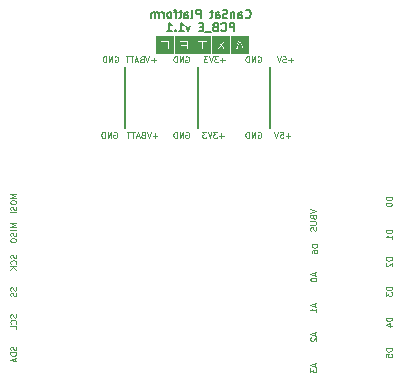
<source format=gbr>
G04 #@! TF.GenerationSoftware,KiCad,Pcbnew,(5.1.0)-1*
G04 #@! TF.CreationDate,2019-06-21T14:45:16-03:00*
G04 #@! TF.ProjectId,PCB_E,5043425f-452e-46b6-9963-61645f706362,rev?*
G04 #@! TF.SameCoordinates,Original*
G04 #@! TF.FileFunction,Legend,Bot*
G04 #@! TF.FilePolarity,Positive*
%FSLAX46Y46*%
G04 Gerber Fmt 4.6, Leading zero omitted, Abs format (unit mm)*
G04 Created by KiCad (PCBNEW (5.1.0)-1) date 2019-06-21 14:45:16*
%MOMM*%
%LPD*%
G04 APERTURE LIST*
%ADD10C,0.125000*%
%ADD11C,0.175000*%
%ADD12C,0.200000*%
%ADD13C,0.010000*%
G04 APERTURE END LIST*
D10*
X16526190Y-6030952D02*
X16026190Y-6030952D01*
X16026190Y-6150000D01*
X16050000Y-6221428D01*
X16097619Y-6269047D01*
X16145238Y-6292857D01*
X16240476Y-6316666D01*
X16311904Y-6316666D01*
X16407142Y-6292857D01*
X16454761Y-6269047D01*
X16502380Y-6221428D01*
X16526190Y-6150000D01*
X16526190Y-6030952D01*
X16026190Y-6769047D02*
X16026190Y-6530952D01*
X16264285Y-6507142D01*
X16240476Y-6530952D01*
X16216666Y-6578571D01*
X16216666Y-6697619D01*
X16240476Y-6745238D01*
X16264285Y-6769047D01*
X16311904Y-6792857D01*
X16430952Y-6792857D01*
X16478571Y-6769047D01*
X16502380Y-6745238D01*
X16526190Y-6697619D01*
X16526190Y-6578571D01*
X16502380Y-6530952D01*
X16478571Y-6507142D01*
X16526190Y-3430952D02*
X16026190Y-3430952D01*
X16026190Y-3550000D01*
X16050000Y-3621428D01*
X16097619Y-3669047D01*
X16145238Y-3692857D01*
X16240476Y-3716666D01*
X16311904Y-3716666D01*
X16407142Y-3692857D01*
X16454761Y-3669047D01*
X16502380Y-3621428D01*
X16526190Y-3550000D01*
X16526190Y-3430952D01*
X16192857Y-4145238D02*
X16526190Y-4145238D01*
X16002380Y-4026190D02*
X16359523Y-3907142D01*
X16359523Y-4216666D01*
X16526190Y-830952D02*
X16026190Y-830952D01*
X16026190Y-950000D01*
X16050000Y-1021428D01*
X16097619Y-1069047D01*
X16145238Y-1092857D01*
X16240476Y-1116666D01*
X16311904Y-1116666D01*
X16407142Y-1092857D01*
X16454761Y-1069047D01*
X16502380Y-1021428D01*
X16526190Y-950000D01*
X16526190Y-830952D01*
X16026190Y-1283333D02*
X16026190Y-1592857D01*
X16216666Y-1426190D01*
X16216666Y-1497619D01*
X16240476Y-1545238D01*
X16264285Y-1569047D01*
X16311904Y-1592857D01*
X16430952Y-1592857D01*
X16478571Y-1569047D01*
X16502380Y-1545238D01*
X16526190Y-1497619D01*
X16526190Y-1354761D01*
X16502380Y-1307142D01*
X16478571Y-1283333D01*
X16526190Y1669047D02*
X16026190Y1669047D01*
X16026190Y1550000D01*
X16050000Y1478571D01*
X16097619Y1430952D01*
X16145238Y1407142D01*
X16240476Y1383333D01*
X16311904Y1383333D01*
X16407142Y1407142D01*
X16454761Y1430952D01*
X16502380Y1478571D01*
X16526190Y1550000D01*
X16526190Y1669047D01*
X16073809Y1192857D02*
X16050000Y1169047D01*
X16026190Y1121428D01*
X16026190Y1002380D01*
X16050000Y954761D01*
X16073809Y930952D01*
X16121428Y907142D01*
X16169047Y907142D01*
X16240476Y930952D01*
X16526190Y1216666D01*
X16526190Y907142D01*
X16526190Y3969047D02*
X16026190Y3969047D01*
X16026190Y3850000D01*
X16050000Y3778571D01*
X16097619Y3730952D01*
X16145238Y3707142D01*
X16240476Y3683333D01*
X16311904Y3683333D01*
X16407142Y3707142D01*
X16454761Y3730952D01*
X16502380Y3778571D01*
X16526190Y3850000D01*
X16526190Y3969047D01*
X16526190Y3207142D02*
X16526190Y3492857D01*
X16526190Y3350000D02*
X16026190Y3350000D01*
X16097619Y3397619D01*
X16145238Y3445238D01*
X16169047Y3492857D01*
X16526190Y6769047D02*
X16026190Y6769047D01*
X16026190Y6650000D01*
X16050000Y6578571D01*
X16097619Y6530952D01*
X16145238Y6507142D01*
X16240476Y6483333D01*
X16311904Y6483333D01*
X16407142Y6507142D01*
X16454761Y6530952D01*
X16502380Y6578571D01*
X16526190Y6650000D01*
X16526190Y6769047D01*
X16026190Y6173809D02*
X16026190Y6126190D01*
X16050000Y6078571D01*
X16073809Y6054761D01*
X16121428Y6030952D01*
X16216666Y6007142D01*
X16335714Y6007142D01*
X16430952Y6030952D01*
X16478571Y6054761D01*
X16502380Y6078571D01*
X16526190Y6126190D01*
X16526190Y6173809D01*
X16502380Y6221428D01*
X16478571Y6245238D01*
X16430952Y6269047D01*
X16335714Y6292857D01*
X16216666Y6292857D01*
X16121428Y6269047D01*
X16073809Y6245238D01*
X16050000Y6221428D01*
X16026190Y6173809D01*
X9983333Y-7342857D02*
X9983333Y-7580952D01*
X10126190Y-7295238D02*
X9626190Y-7461904D01*
X10126190Y-7628571D01*
X9626190Y-7747619D02*
X9626190Y-8057142D01*
X9816666Y-7890476D01*
X9816666Y-7961904D01*
X9840476Y-8009523D01*
X9864285Y-8033333D01*
X9911904Y-8057142D01*
X10030952Y-8057142D01*
X10078571Y-8033333D01*
X10102380Y-8009523D01*
X10126190Y-7961904D01*
X10126190Y-7819047D01*
X10102380Y-7771428D01*
X10078571Y-7747619D01*
X9983333Y-4692857D02*
X9983333Y-4930952D01*
X10126190Y-4645238D02*
X9626190Y-4811904D01*
X10126190Y-4978571D01*
X9673809Y-5121428D02*
X9650000Y-5145238D01*
X9626190Y-5192857D01*
X9626190Y-5311904D01*
X9650000Y-5359523D01*
X9673809Y-5383333D01*
X9721428Y-5407142D01*
X9769047Y-5407142D01*
X9840476Y-5383333D01*
X10126190Y-5097619D01*
X10126190Y-5407142D01*
X9983333Y-2242857D02*
X9983333Y-2480952D01*
X10126190Y-2195238D02*
X9626190Y-2361904D01*
X10126190Y-2528571D01*
X10126190Y-2957142D02*
X10126190Y-2671428D01*
X10126190Y-2814285D02*
X9626190Y-2814285D01*
X9697619Y-2766666D01*
X9745238Y-2719047D01*
X9769047Y-2671428D01*
X9983333Y357142D02*
X9983333Y119047D01*
X10126190Y404761D02*
X9626190Y238095D01*
X10126190Y71428D01*
X9626190Y-190476D02*
X9626190Y-238095D01*
X9650000Y-285714D01*
X9673809Y-309523D01*
X9721428Y-333333D01*
X9816666Y-357142D01*
X9935714Y-357142D01*
X10030952Y-333333D01*
X10078571Y-309523D01*
X10102380Y-285714D01*
X10126190Y-238095D01*
X10126190Y-190476D01*
X10102380Y-142857D01*
X10078571Y-119047D01*
X10030952Y-95238D01*
X9935714Y-71428D01*
X9816666Y-71428D01*
X9721428Y-95238D01*
X9673809Y-119047D01*
X9650000Y-142857D01*
X9626190Y-190476D01*
X10226190Y2769047D02*
X9726190Y2769047D01*
X9726190Y2650000D01*
X9750000Y2578571D01*
X9797619Y2530952D01*
X9845238Y2507142D01*
X9940476Y2483333D01*
X10011904Y2483333D01*
X10107142Y2507142D01*
X10154761Y2530952D01*
X10202380Y2578571D01*
X10226190Y2650000D01*
X10226190Y2769047D01*
X9726190Y2054761D02*
X9726190Y2150000D01*
X9750000Y2197619D01*
X9773809Y2221428D01*
X9845238Y2269047D01*
X9940476Y2292857D01*
X10130952Y2292857D01*
X10178571Y2269047D01*
X10202380Y2245238D01*
X10226190Y2197619D01*
X10226190Y2102380D01*
X10202380Y2054761D01*
X10178571Y2030952D01*
X10130952Y2007142D01*
X10011904Y2007142D01*
X9964285Y2030952D01*
X9940476Y2054761D01*
X9916666Y2102380D01*
X9916666Y2197619D01*
X9940476Y2245238D01*
X9964285Y2269047D01*
X10011904Y2292857D01*
X9626190Y5716666D02*
X10126190Y5550000D01*
X9626190Y5383333D01*
X9864285Y5050000D02*
X9888095Y4978571D01*
X9911904Y4954761D01*
X9959523Y4930952D01*
X10030952Y4930952D01*
X10078571Y4954761D01*
X10102380Y4978571D01*
X10126190Y5026190D01*
X10126190Y5216666D01*
X9626190Y5216666D01*
X9626190Y5050000D01*
X9650000Y5002380D01*
X9673809Y4978571D01*
X9721428Y4954761D01*
X9769047Y4954761D01*
X9816666Y4978571D01*
X9840476Y5002380D01*
X9864285Y5050000D01*
X9864285Y5216666D01*
X9626190Y4716666D02*
X10030952Y4716666D01*
X10078571Y4692857D01*
X10102380Y4669047D01*
X10126190Y4621428D01*
X10126190Y4526190D01*
X10102380Y4478571D01*
X10078571Y4454761D01*
X10030952Y4430952D01*
X9626190Y4430952D01*
X10102380Y4216666D02*
X10126190Y4145238D01*
X10126190Y4026190D01*
X10102380Y3978571D01*
X10078571Y3954761D01*
X10030952Y3930952D01*
X9983333Y3930952D01*
X9935714Y3954761D01*
X9911904Y3978571D01*
X9888095Y4026190D01*
X9864285Y4121428D01*
X9840476Y4169047D01*
X9816666Y4192857D01*
X9769047Y4216666D01*
X9721428Y4216666D01*
X9673809Y4192857D01*
X9650000Y4169047D01*
X9626190Y4121428D01*
X9626190Y4002380D01*
X9650000Y3930952D01*
D11*
X4138933Y22000400D02*
X4172266Y21967066D01*
X4272266Y21933733D01*
X4338933Y21933733D01*
X4438933Y21967066D01*
X4505599Y22033733D01*
X4538933Y22100400D01*
X4572266Y22233733D01*
X4572266Y22333733D01*
X4538933Y22467066D01*
X4505599Y22533733D01*
X4438933Y22600400D01*
X4338933Y22633733D01*
X4272266Y22633733D01*
X4172266Y22600400D01*
X4138933Y22567066D01*
X3538933Y21933733D02*
X3538933Y22300400D01*
X3572266Y22367066D01*
X3638933Y22400400D01*
X3772266Y22400400D01*
X3838933Y22367066D01*
X3538933Y21967066D02*
X3605599Y21933733D01*
X3772266Y21933733D01*
X3838933Y21967066D01*
X3872266Y22033733D01*
X3872266Y22100400D01*
X3838933Y22167066D01*
X3772266Y22200400D01*
X3605599Y22200400D01*
X3538933Y22233733D01*
X3205599Y22400400D02*
X3205599Y21933733D01*
X3205599Y22333733D02*
X3172266Y22367066D01*
X3105599Y22400400D01*
X3005599Y22400400D01*
X2938933Y22367066D01*
X2905599Y22300400D01*
X2905599Y21933733D01*
X2605600Y21967066D02*
X2505600Y21933733D01*
X2338933Y21933733D01*
X2272266Y21967066D01*
X2238933Y22000400D01*
X2205600Y22067066D01*
X2205600Y22133733D01*
X2238933Y22200400D01*
X2272266Y22233733D01*
X2338933Y22267066D01*
X2472266Y22300400D01*
X2538933Y22333733D01*
X2572266Y22367066D01*
X2605600Y22433733D01*
X2605600Y22500400D01*
X2572266Y22567066D01*
X2538933Y22600400D01*
X2472266Y22633733D01*
X2305600Y22633733D01*
X2205600Y22600400D01*
X1605599Y21933733D02*
X1605599Y22300400D01*
X1638933Y22367066D01*
X1705599Y22400400D01*
X1838933Y22400400D01*
X1905599Y22367066D01*
X1605599Y21967066D02*
X1672266Y21933733D01*
X1838933Y21933733D01*
X1905599Y21967066D01*
X1938933Y22033733D01*
X1938933Y22100400D01*
X1905599Y22167066D01*
X1838933Y22200400D01*
X1672266Y22200400D01*
X1605599Y22233733D01*
X1372266Y22400400D02*
X1105600Y22400400D01*
X1272266Y22633733D02*
X1272266Y22033733D01*
X1238933Y21967066D01*
X1172266Y21933733D01*
X1105600Y21933733D01*
X338933Y21933733D02*
X338933Y22633733D01*
X72266Y22633733D01*
X5600Y22600400D01*
X-27733Y22567066D01*
X-61066Y22500400D01*
X-61066Y22400400D01*
X-27733Y22333733D01*
X5600Y22300400D01*
X72266Y22267066D01*
X338933Y22267066D01*
X-461066Y21933733D02*
X-394400Y21967066D01*
X-361066Y22033733D01*
X-361066Y22633733D01*
X-1027733Y21933733D02*
X-1027733Y22300400D01*
X-994400Y22367066D01*
X-927733Y22400400D01*
X-794400Y22400400D01*
X-727733Y22367066D01*
X-1027733Y21967066D02*
X-961066Y21933733D01*
X-794400Y21933733D01*
X-727733Y21967066D01*
X-694400Y22033733D01*
X-694400Y22100400D01*
X-727733Y22167066D01*
X-794400Y22200400D01*
X-961066Y22200400D01*
X-1027733Y22233733D01*
X-1261066Y22400400D02*
X-1527733Y22400400D01*
X-1361066Y22633733D02*
X-1361066Y22033733D01*
X-1394400Y21967066D01*
X-1461066Y21933733D01*
X-1527733Y21933733D01*
X-1661066Y22400400D02*
X-1927733Y22400400D01*
X-1761066Y21933733D02*
X-1761066Y22533733D01*
X-1794400Y22600400D01*
X-1861066Y22633733D01*
X-1927733Y22633733D01*
X-2261066Y21933733D02*
X-2194400Y21967066D01*
X-2161066Y22000400D01*
X-2127733Y22067066D01*
X-2127733Y22267066D01*
X-2161066Y22333733D01*
X-2194400Y22367066D01*
X-2261066Y22400400D01*
X-2361066Y22400400D01*
X-2427733Y22367066D01*
X-2461066Y22333733D01*
X-2494400Y22267066D01*
X-2494400Y22067066D01*
X-2461066Y22000400D01*
X-2427733Y21967066D01*
X-2361066Y21933733D01*
X-2261066Y21933733D01*
X-2794400Y21933733D02*
X-2794400Y22400400D01*
X-2794400Y22267066D02*
X-2827733Y22333733D01*
X-2861066Y22367066D01*
X-2927733Y22400400D01*
X-2994400Y22400400D01*
X-3227733Y21933733D02*
X-3227733Y22400400D01*
X-3227733Y22333733D02*
X-3261066Y22367066D01*
X-3327733Y22400400D01*
X-3427733Y22400400D01*
X-3494400Y22367066D01*
X-3527733Y22300400D01*
X-3527733Y21933733D01*
X-3527733Y22300400D02*
X-3561066Y22367066D01*
X-3627733Y22400400D01*
X-3727733Y22400400D01*
X-3794400Y22367066D01*
X-3827733Y22300400D01*
X-3827733Y21933733D01*
X3188933Y20816133D02*
X3188933Y21516133D01*
X2922266Y21516133D01*
X2855600Y21482800D01*
X2822266Y21449466D01*
X2788933Y21382800D01*
X2788933Y21282800D01*
X2822266Y21216133D01*
X2855600Y21182800D01*
X2922266Y21149466D01*
X3188933Y21149466D01*
X2088933Y20882800D02*
X2122266Y20849466D01*
X2222266Y20816133D01*
X2288933Y20816133D01*
X2388933Y20849466D01*
X2455600Y20916133D01*
X2488933Y20982800D01*
X2522266Y21116133D01*
X2522266Y21216133D01*
X2488933Y21349466D01*
X2455600Y21416133D01*
X2388933Y21482800D01*
X2288933Y21516133D01*
X2222266Y21516133D01*
X2122266Y21482800D01*
X2088933Y21449466D01*
X1555600Y21182800D02*
X1455600Y21149466D01*
X1422266Y21116133D01*
X1388933Y21049466D01*
X1388933Y20949466D01*
X1422266Y20882800D01*
X1455600Y20849466D01*
X1522266Y20816133D01*
X1788933Y20816133D01*
X1788933Y21516133D01*
X1555600Y21516133D01*
X1488933Y21482800D01*
X1455600Y21449466D01*
X1422266Y21382800D01*
X1422266Y21316133D01*
X1455600Y21249466D01*
X1488933Y21216133D01*
X1555600Y21182800D01*
X1788933Y21182800D01*
X1255600Y20749466D02*
X722266Y20749466D01*
X555600Y21182800D02*
X322266Y21182800D01*
X222266Y20816133D02*
X555600Y20816133D01*
X555600Y21516133D01*
X222266Y21516133D01*
X-544399Y21282800D02*
X-711066Y20816133D01*
X-877733Y21282800D01*
X-1511066Y20816133D02*
X-1111066Y20816133D01*
X-1311066Y20816133D02*
X-1311066Y21516133D01*
X-1244399Y21416133D01*
X-1177733Y21349466D01*
X-1111066Y21316133D01*
X-1811066Y20882800D02*
X-1844399Y20849466D01*
X-1811066Y20816133D01*
X-1777733Y20849466D01*
X-1811066Y20882800D01*
X-1811066Y20816133D01*
X-2511066Y20816133D02*
X-2111066Y20816133D01*
X-2311066Y20816133D02*
X-2311066Y21516133D01*
X-2244399Y21416133D01*
X-2177733Y21349466D01*
X-2111066Y21316133D01*
D12*
X6180000Y12650000D02*
X6180000Y17800000D01*
X75000Y12650000D02*
X75000Y17800000D01*
X-6030000Y12650000D02*
X-6030000Y17800000D01*
D10*
X7942857Y11964285D02*
X7561904Y11964285D01*
X7752380Y11773809D02*
X7752380Y12154761D01*
X7085714Y12273809D02*
X7323809Y12273809D01*
X7347619Y12035714D01*
X7323809Y12059523D01*
X7276190Y12083333D01*
X7157142Y12083333D01*
X7109523Y12059523D01*
X7085714Y12035714D01*
X7061904Y11988095D01*
X7061904Y11869047D01*
X7085714Y11821428D01*
X7109523Y11797619D01*
X7157142Y11773809D01*
X7276190Y11773809D01*
X7323809Y11797619D01*
X7347619Y11821428D01*
X6919047Y12273809D02*
X6752380Y11773809D01*
X6585714Y12273809D01*
X5180952Y12250000D02*
X5228571Y12273809D01*
X5300000Y12273809D01*
X5371428Y12250000D01*
X5419047Y12202380D01*
X5442857Y12154761D01*
X5466666Y12059523D01*
X5466666Y11988095D01*
X5442857Y11892857D01*
X5419047Y11845238D01*
X5371428Y11797619D01*
X5300000Y11773809D01*
X5252380Y11773809D01*
X5180952Y11797619D01*
X5157142Y11821428D01*
X5157142Y11988095D01*
X5252380Y11988095D01*
X4942857Y11773809D02*
X4942857Y12273809D01*
X4657142Y11773809D01*
X4657142Y12273809D01*
X4419047Y11773809D02*
X4419047Y12273809D01*
X4300000Y12273809D01*
X4228571Y12250000D01*
X4180952Y12202380D01*
X4157142Y12154761D01*
X4133333Y12059523D01*
X4133333Y11988095D01*
X4157142Y11892857D01*
X4180952Y11845238D01*
X4228571Y11797619D01*
X4300000Y11773809D01*
X4419047Y11773809D01*
X8142857Y18364285D02*
X7761904Y18364285D01*
X7952380Y18173809D02*
X7952380Y18554761D01*
X7285714Y18673809D02*
X7523809Y18673809D01*
X7547619Y18435714D01*
X7523809Y18459523D01*
X7476190Y18483333D01*
X7357142Y18483333D01*
X7309523Y18459523D01*
X7285714Y18435714D01*
X7261904Y18388095D01*
X7261904Y18269047D01*
X7285714Y18221428D01*
X7309523Y18197619D01*
X7357142Y18173809D01*
X7476190Y18173809D01*
X7523809Y18197619D01*
X7547619Y18221428D01*
X7119047Y18673809D02*
X6952380Y18173809D01*
X6785714Y18673809D01*
X5180952Y18650000D02*
X5228571Y18673809D01*
X5300000Y18673809D01*
X5371428Y18650000D01*
X5419047Y18602380D01*
X5442857Y18554761D01*
X5466666Y18459523D01*
X5466666Y18388095D01*
X5442857Y18292857D01*
X5419047Y18245238D01*
X5371428Y18197619D01*
X5300000Y18173809D01*
X5252380Y18173809D01*
X5180952Y18197619D01*
X5157142Y18221428D01*
X5157142Y18388095D01*
X5252380Y18388095D01*
X4942857Y18173809D02*
X4942857Y18673809D01*
X4657142Y18173809D01*
X4657142Y18673809D01*
X4419047Y18173809D02*
X4419047Y18673809D01*
X4300000Y18673809D01*
X4228571Y18650000D01*
X4180952Y18602380D01*
X4157142Y18554761D01*
X4133333Y18459523D01*
X4133333Y18388095D01*
X4157142Y18292857D01*
X4180952Y18245238D01*
X4228571Y18197619D01*
X4300000Y18173809D01*
X4419047Y18173809D01*
X2380952Y18364285D02*
X2000000Y18364285D01*
X2190476Y18173809D02*
X2190476Y18554761D01*
X1809523Y18673809D02*
X1500000Y18673809D01*
X1666666Y18483333D01*
X1595238Y18483333D01*
X1547619Y18459523D01*
X1523809Y18435714D01*
X1500000Y18388095D01*
X1500000Y18269047D01*
X1523809Y18221428D01*
X1547619Y18197619D01*
X1595238Y18173809D01*
X1738095Y18173809D01*
X1785714Y18197619D01*
X1809523Y18221428D01*
X1357142Y18673809D02*
X1190476Y18173809D01*
X1023809Y18673809D01*
X904761Y18673809D02*
X595238Y18673809D01*
X761904Y18483333D01*
X690476Y18483333D01*
X642857Y18459523D01*
X619047Y18435714D01*
X595238Y18388095D01*
X595238Y18269047D01*
X619047Y18221428D01*
X642857Y18197619D01*
X690476Y18173809D01*
X833333Y18173809D01*
X880952Y18197619D01*
X904761Y18221428D01*
X-919047Y18650000D02*
X-871428Y18673809D01*
X-800000Y18673809D01*
X-728571Y18650000D01*
X-680952Y18602380D01*
X-657142Y18554761D01*
X-633333Y18459523D01*
X-633333Y18388095D01*
X-657142Y18292857D01*
X-680952Y18245238D01*
X-728571Y18197619D01*
X-800000Y18173809D01*
X-847619Y18173809D01*
X-919047Y18197619D01*
X-942857Y18221428D01*
X-942857Y18388095D01*
X-847619Y18388095D01*
X-1157142Y18173809D02*
X-1157142Y18673809D01*
X-1442857Y18173809D01*
X-1442857Y18673809D01*
X-1680952Y18173809D02*
X-1680952Y18673809D01*
X-1800000Y18673809D01*
X-1871428Y18650000D01*
X-1919047Y18602380D01*
X-1942857Y18554761D01*
X-1966666Y18459523D01*
X-1966666Y18388095D01*
X-1942857Y18292857D01*
X-1919047Y18245238D01*
X-1871428Y18197619D01*
X-1800000Y18173809D01*
X-1680952Y18173809D01*
X2280952Y11964285D02*
X1900000Y11964285D01*
X2090476Y11773809D02*
X2090476Y12154761D01*
X1709523Y12273809D02*
X1400000Y12273809D01*
X1566666Y12083333D01*
X1495238Y12083333D01*
X1447619Y12059523D01*
X1423809Y12035714D01*
X1400000Y11988095D01*
X1400000Y11869047D01*
X1423809Y11821428D01*
X1447619Y11797619D01*
X1495238Y11773809D01*
X1638095Y11773809D01*
X1685714Y11797619D01*
X1709523Y11821428D01*
X1257142Y12273809D02*
X1090476Y11773809D01*
X923809Y12273809D01*
X804761Y12273809D02*
X495238Y12273809D01*
X661904Y12083333D01*
X590476Y12083333D01*
X542857Y12059523D01*
X519047Y12035714D01*
X495238Y11988095D01*
X495238Y11869047D01*
X519047Y11821428D01*
X542857Y11797619D01*
X590476Y11773809D01*
X733333Y11773809D01*
X780952Y11797619D01*
X804761Y11821428D01*
X-919047Y12250000D02*
X-871428Y12273809D01*
X-800000Y12273809D01*
X-728571Y12250000D01*
X-680952Y12202380D01*
X-657142Y12154761D01*
X-633333Y12059523D01*
X-633333Y11988095D01*
X-657142Y11892857D01*
X-680952Y11845238D01*
X-728571Y11797619D01*
X-800000Y11773809D01*
X-847619Y11773809D01*
X-919047Y11797619D01*
X-942857Y11821428D01*
X-942857Y11988095D01*
X-847619Y11988095D01*
X-1157142Y11773809D02*
X-1157142Y12273809D01*
X-1442857Y11773809D01*
X-1442857Y12273809D01*
X-1680952Y11773809D02*
X-1680952Y12273809D01*
X-1800000Y12273809D01*
X-1871428Y12250000D01*
X-1919047Y12202380D01*
X-1942857Y12154761D01*
X-1966666Y12059523D01*
X-1966666Y11988095D01*
X-1942857Y11892857D01*
X-1919047Y11845238D01*
X-1871428Y11797619D01*
X-1800000Y11773809D01*
X-1680952Y11773809D01*
X-3450000Y18364285D02*
X-3830952Y18364285D01*
X-3640476Y18173809D02*
X-3640476Y18554761D01*
X-3997619Y18673809D02*
X-4164285Y18173809D01*
X-4330952Y18673809D01*
X-4664285Y18435714D02*
X-4735714Y18411904D01*
X-4759523Y18388095D01*
X-4783333Y18340476D01*
X-4783333Y18269047D01*
X-4759523Y18221428D01*
X-4735714Y18197619D01*
X-4688095Y18173809D01*
X-4497619Y18173809D01*
X-4497619Y18673809D01*
X-4664285Y18673809D01*
X-4711904Y18650000D01*
X-4735714Y18626190D01*
X-4759523Y18578571D01*
X-4759523Y18530952D01*
X-4735714Y18483333D01*
X-4711904Y18459523D01*
X-4664285Y18435714D01*
X-4497619Y18435714D01*
X-4973809Y18316666D02*
X-5211904Y18316666D01*
X-4926190Y18173809D02*
X-5092857Y18673809D01*
X-5259523Y18173809D01*
X-5354761Y18673809D02*
X-5640476Y18673809D01*
X-5497619Y18173809D02*
X-5497619Y18673809D01*
X-5735714Y18673809D02*
X-6021428Y18673809D01*
X-5878571Y18173809D02*
X-5878571Y18673809D01*
X-6919047Y18650000D02*
X-6871428Y18673809D01*
X-6800000Y18673809D01*
X-6728571Y18650000D01*
X-6680952Y18602380D01*
X-6657142Y18554761D01*
X-6633333Y18459523D01*
X-6633333Y18388095D01*
X-6657142Y18292857D01*
X-6680952Y18245238D01*
X-6728571Y18197619D01*
X-6800000Y18173809D01*
X-6847619Y18173809D01*
X-6919047Y18197619D01*
X-6942857Y18221428D01*
X-6942857Y18388095D01*
X-6847619Y18388095D01*
X-7157142Y18173809D02*
X-7157142Y18673809D01*
X-7442857Y18173809D01*
X-7442857Y18673809D01*
X-7680952Y18173809D02*
X-7680952Y18673809D01*
X-7800000Y18673809D01*
X-7871428Y18650000D01*
X-7919047Y18602380D01*
X-7942857Y18554761D01*
X-7966666Y18459523D01*
X-7966666Y18388095D01*
X-7942857Y18292857D01*
X-7919047Y18245238D01*
X-7871428Y18197619D01*
X-7800000Y18173809D01*
X-7680952Y18173809D01*
X-3350000Y11964285D02*
X-3730952Y11964285D01*
X-3540476Y11773809D02*
X-3540476Y12154761D01*
X-3897619Y12273809D02*
X-4064285Y11773809D01*
X-4230952Y12273809D01*
X-4564285Y12035714D02*
X-4635714Y12011904D01*
X-4659523Y11988095D01*
X-4683333Y11940476D01*
X-4683333Y11869047D01*
X-4659523Y11821428D01*
X-4635714Y11797619D01*
X-4588095Y11773809D01*
X-4397619Y11773809D01*
X-4397619Y12273809D01*
X-4564285Y12273809D01*
X-4611904Y12250000D01*
X-4635714Y12226190D01*
X-4659523Y12178571D01*
X-4659523Y12130952D01*
X-4635714Y12083333D01*
X-4611904Y12059523D01*
X-4564285Y12035714D01*
X-4397619Y12035714D01*
X-4873809Y11916666D02*
X-5111904Y11916666D01*
X-4826190Y11773809D02*
X-4992857Y12273809D01*
X-5159523Y11773809D01*
X-5254761Y12273809D02*
X-5540476Y12273809D01*
X-5397619Y11773809D02*
X-5397619Y12273809D01*
X-5635714Y12273809D02*
X-5921428Y12273809D01*
X-5778571Y11773809D02*
X-5778571Y12273809D01*
X-7019047Y12250000D02*
X-6971428Y12273809D01*
X-6900000Y12273809D01*
X-6828571Y12250000D01*
X-6780952Y12202380D01*
X-6757142Y12154761D01*
X-6733333Y12059523D01*
X-6733333Y11988095D01*
X-6757142Y11892857D01*
X-6780952Y11845238D01*
X-6828571Y11797619D01*
X-6900000Y11773809D01*
X-6947619Y11773809D01*
X-7019047Y11797619D01*
X-7042857Y11821428D01*
X-7042857Y11988095D01*
X-6947619Y11988095D01*
X-7257142Y11773809D02*
X-7257142Y12273809D01*
X-7542857Y11773809D01*
X-7542857Y12273809D01*
X-7780952Y11773809D02*
X-7780952Y12273809D01*
X-7900000Y12273809D01*
X-7971428Y12250000D01*
X-8019047Y12202380D01*
X-8042857Y12154761D01*
X-8066666Y12059523D01*
X-8066666Y11988095D01*
X-8042857Y11892857D01*
X-8019047Y11845238D01*
X-7971428Y11797619D01*
X-7900000Y11773809D01*
X-7780952Y11773809D01*
X-15297619Y-5892857D02*
X-15273809Y-5964285D01*
X-15273809Y-6083333D01*
X-15297619Y-6130952D01*
X-15321428Y-6154761D01*
X-15369047Y-6178571D01*
X-15416666Y-6178571D01*
X-15464285Y-6154761D01*
X-15488095Y-6130952D01*
X-15511904Y-6083333D01*
X-15535714Y-5988095D01*
X-15559523Y-5940476D01*
X-15583333Y-5916666D01*
X-15630952Y-5892857D01*
X-15678571Y-5892857D01*
X-15726190Y-5916666D01*
X-15750000Y-5940476D01*
X-15773809Y-5988095D01*
X-15773809Y-6107142D01*
X-15750000Y-6178571D01*
X-15273809Y-6392857D02*
X-15773809Y-6392857D01*
X-15773809Y-6511904D01*
X-15750000Y-6583333D01*
X-15702380Y-6630952D01*
X-15654761Y-6654761D01*
X-15559523Y-6678571D01*
X-15488095Y-6678571D01*
X-15392857Y-6654761D01*
X-15345238Y-6630952D01*
X-15297619Y-6583333D01*
X-15273809Y-6511904D01*
X-15273809Y-6392857D01*
X-15416666Y-6869047D02*
X-15416666Y-7107142D01*
X-15273809Y-6821428D02*
X-15773809Y-6988095D01*
X-15273809Y-7154761D01*
X-15297619Y-3154761D02*
X-15273809Y-3226190D01*
X-15273809Y-3345238D01*
X-15297619Y-3392857D01*
X-15321428Y-3416666D01*
X-15369047Y-3440476D01*
X-15416666Y-3440476D01*
X-15464285Y-3416666D01*
X-15488095Y-3392857D01*
X-15511904Y-3345238D01*
X-15535714Y-3250000D01*
X-15559523Y-3202380D01*
X-15583333Y-3178571D01*
X-15630952Y-3154761D01*
X-15678571Y-3154761D01*
X-15726190Y-3178571D01*
X-15750000Y-3202380D01*
X-15773809Y-3250000D01*
X-15773809Y-3369047D01*
X-15750000Y-3440476D01*
X-15321428Y-3940476D02*
X-15297619Y-3916666D01*
X-15273809Y-3845238D01*
X-15273809Y-3797619D01*
X-15297619Y-3726190D01*
X-15345238Y-3678571D01*
X-15392857Y-3654761D01*
X-15488095Y-3630952D01*
X-15559523Y-3630952D01*
X-15654761Y-3654761D01*
X-15702380Y-3678571D01*
X-15750000Y-3726190D01*
X-15773809Y-3797619D01*
X-15773809Y-3845238D01*
X-15750000Y-3916666D01*
X-15726190Y-3940476D01*
X-15273809Y-4392857D02*
X-15273809Y-4154761D01*
X-15773809Y-4154761D01*
X-15297619Y-869047D02*
X-15273809Y-940476D01*
X-15273809Y-1059523D01*
X-15297619Y-1107142D01*
X-15321428Y-1130952D01*
X-15369047Y-1154761D01*
X-15416666Y-1154761D01*
X-15464285Y-1130952D01*
X-15488095Y-1107142D01*
X-15511904Y-1059523D01*
X-15535714Y-964285D01*
X-15559523Y-916666D01*
X-15583333Y-892857D01*
X-15630952Y-869047D01*
X-15678571Y-869047D01*
X-15726190Y-892857D01*
X-15750000Y-916666D01*
X-15773809Y-964285D01*
X-15773809Y-1083333D01*
X-15750000Y-1154761D01*
X-15297619Y-1345238D02*
X-15273809Y-1416666D01*
X-15273809Y-1535714D01*
X-15297619Y-1583333D01*
X-15321428Y-1607142D01*
X-15369047Y-1630952D01*
X-15416666Y-1630952D01*
X-15464285Y-1607142D01*
X-15488095Y-1583333D01*
X-15511904Y-1535714D01*
X-15535714Y-1440476D01*
X-15559523Y-1392857D01*
X-15583333Y-1369047D01*
X-15630952Y-1345238D01*
X-15678571Y-1345238D01*
X-15726190Y-1369047D01*
X-15750000Y-1392857D01*
X-15773809Y-1440476D01*
X-15773809Y-1559523D01*
X-15750000Y-1630952D01*
X-15297619Y1892857D02*
X-15273809Y1821428D01*
X-15273809Y1702380D01*
X-15297619Y1654761D01*
X-15321428Y1630952D01*
X-15369047Y1607142D01*
X-15416666Y1607142D01*
X-15464285Y1630952D01*
X-15488095Y1654761D01*
X-15511904Y1702380D01*
X-15535714Y1797619D01*
X-15559523Y1845238D01*
X-15583333Y1869047D01*
X-15630952Y1892857D01*
X-15678571Y1892857D01*
X-15726190Y1869047D01*
X-15750000Y1845238D01*
X-15773809Y1797619D01*
X-15773809Y1678571D01*
X-15750000Y1607142D01*
X-15321428Y1107142D02*
X-15297619Y1130952D01*
X-15273809Y1202380D01*
X-15273809Y1250000D01*
X-15297619Y1321428D01*
X-15345238Y1369047D01*
X-15392857Y1392857D01*
X-15488095Y1416666D01*
X-15559523Y1416666D01*
X-15654761Y1392857D01*
X-15702380Y1369047D01*
X-15750000Y1321428D01*
X-15773809Y1250000D01*
X-15773809Y1202380D01*
X-15750000Y1130952D01*
X-15726190Y1107142D01*
X-15273809Y892857D02*
X-15773809Y892857D01*
X-15273809Y607142D02*
X-15559523Y821428D01*
X-15773809Y607142D02*
X-15488095Y892857D01*
X-15273809Y4535714D02*
X-15773809Y4535714D01*
X-15416666Y4369047D01*
X-15773809Y4202380D01*
X-15273809Y4202380D01*
X-15273809Y3964285D02*
X-15773809Y3964285D01*
X-15297619Y3750000D02*
X-15273809Y3678571D01*
X-15273809Y3559523D01*
X-15297619Y3511904D01*
X-15321428Y3488095D01*
X-15369047Y3464285D01*
X-15416666Y3464285D01*
X-15464285Y3488095D01*
X-15488095Y3511904D01*
X-15511904Y3559523D01*
X-15535714Y3654761D01*
X-15559523Y3702380D01*
X-15583333Y3726190D01*
X-15630952Y3750000D01*
X-15678571Y3750000D01*
X-15726190Y3726190D01*
X-15750000Y3702380D01*
X-15773809Y3654761D01*
X-15773809Y3535714D01*
X-15750000Y3464285D01*
X-15773809Y3154761D02*
X-15773809Y3059523D01*
X-15750000Y3011904D01*
X-15702380Y2964285D01*
X-15607142Y2940476D01*
X-15440476Y2940476D01*
X-15345238Y2964285D01*
X-15297619Y3011904D01*
X-15273809Y3059523D01*
X-15273809Y3154761D01*
X-15297619Y3202380D01*
X-15345238Y3250000D01*
X-15440476Y3273809D01*
X-15607142Y3273809D01*
X-15702380Y3250000D01*
X-15750000Y3202380D01*
X-15773809Y3154761D01*
X-15273809Y7035714D02*
X-15773809Y7035714D01*
X-15416666Y6869047D01*
X-15773809Y6702380D01*
X-15273809Y6702380D01*
X-15773809Y6369047D02*
X-15773809Y6273809D01*
X-15750000Y6226190D01*
X-15702380Y6178571D01*
X-15607142Y6154761D01*
X-15440476Y6154761D01*
X-15345238Y6178571D01*
X-15297619Y6226190D01*
X-15273809Y6273809D01*
X-15273809Y6369047D01*
X-15297619Y6416666D01*
X-15345238Y6464285D01*
X-15440476Y6488095D01*
X-15607142Y6488095D01*
X-15702380Y6464285D01*
X-15750000Y6416666D01*
X-15773809Y6369047D01*
X-15297619Y5964285D02*
X-15273809Y5892857D01*
X-15273809Y5773809D01*
X-15297619Y5726190D01*
X-15321428Y5702380D01*
X-15369047Y5678571D01*
X-15416666Y5678571D01*
X-15464285Y5702380D01*
X-15488095Y5726190D01*
X-15511904Y5773809D01*
X-15535714Y5869047D01*
X-15559523Y5916666D01*
X-15583333Y5940476D01*
X-15630952Y5964285D01*
X-15678571Y5964285D01*
X-15726190Y5940476D01*
X-15750000Y5916666D01*
X-15773809Y5869047D01*
X-15773809Y5750000D01*
X-15750000Y5678571D01*
X-15273809Y5464285D02*
X-15773809Y5464285D01*
D13*
G36*
X2908300Y18948400D02*
G01*
X4343400Y18948400D01*
X4343400Y19277363D01*
X4011084Y19277363D01*
X4001798Y19271511D01*
X3973386Y19267380D01*
X3934179Y19265900D01*
X3853042Y19265900D01*
X3745796Y19545081D01*
X3715261Y19623697D01*
X3687404Y19693766D01*
X3663583Y19752002D01*
X3645159Y19795121D01*
X3633489Y19819837D01*
X3630213Y19824481D01*
X3623333Y19813332D01*
X3609039Y19782362D01*
X3588942Y19735491D01*
X3564650Y19676643D01*
X3537773Y19609737D01*
X3509921Y19538696D01*
X3482702Y19467442D01*
X3472637Y19440525D01*
X3470905Y19428255D01*
X3480621Y19421535D01*
X3506791Y19418760D01*
X3541942Y19418300D01*
X3619500Y19418300D01*
X3619500Y19265900D01*
X3240881Y19265900D01*
X3553397Y20046950D01*
X3627724Y20050460D01*
X3702050Y20053970D01*
X3854450Y19671397D01*
X3891472Y19578438D01*
X3925506Y19492931D01*
X3955406Y19417761D01*
X3980025Y19355815D01*
X3998217Y19309978D01*
X4008833Y19283135D01*
X4011084Y19277363D01*
X4343400Y19277363D01*
X4343400Y20383500D01*
X2908300Y20383500D01*
X2908300Y18948400D01*
X2908300Y18948400D01*
G37*
X2908300Y18948400D02*
X4343400Y18948400D01*
X4343400Y19277363D01*
X4011084Y19277363D01*
X4001798Y19271511D01*
X3973386Y19267380D01*
X3934179Y19265900D01*
X3853042Y19265900D01*
X3745796Y19545081D01*
X3715261Y19623697D01*
X3687404Y19693766D01*
X3663583Y19752002D01*
X3645159Y19795121D01*
X3633489Y19819837D01*
X3630213Y19824481D01*
X3623333Y19813332D01*
X3609039Y19782362D01*
X3588942Y19735491D01*
X3564650Y19676643D01*
X3537773Y19609737D01*
X3509921Y19538696D01*
X3482702Y19467442D01*
X3472637Y19440525D01*
X3470905Y19428255D01*
X3480621Y19421535D01*
X3506791Y19418760D01*
X3541942Y19418300D01*
X3619500Y19418300D01*
X3619500Y19265900D01*
X3240881Y19265900D01*
X3553397Y20046950D01*
X3627724Y20050460D01*
X3702050Y20053970D01*
X3854450Y19671397D01*
X3891472Y19578438D01*
X3925506Y19492931D01*
X3955406Y19417761D01*
X3980025Y19355815D01*
X3998217Y19309978D01*
X4008833Y19283135D01*
X4011084Y19277363D01*
X4343400Y19277363D01*
X4343400Y20383500D01*
X2908300Y20383500D01*
X2908300Y18948400D01*
G36*
X1320800Y18948400D02*
G01*
X2755900Y18948400D01*
X2755900Y19273268D01*
X2417640Y19273268D01*
X2402392Y19268304D01*
X2367204Y19266152D01*
X2339576Y19265900D01*
X2250341Y19265900D01*
X2151154Y19399250D01*
X2113529Y19448885D01*
X2080909Y19490140D01*
X2056413Y19519199D01*
X2043159Y19532246D01*
X2042181Y19532600D01*
X2031373Y19522962D01*
X2008764Y19496598D01*
X1977477Y19457336D01*
X1940637Y19409002D01*
X1933773Y19399790D01*
X1835150Y19266980D01*
X1749425Y19266440D01*
X1706487Y19267090D01*
X1675733Y19269312D01*
X1663705Y19272628D01*
X1663700Y19272699D01*
X1670976Y19284557D01*
X1691157Y19313237D01*
X1721779Y19355343D01*
X1760374Y19407477D01*
X1797512Y19457012D01*
X1841633Y19516060D01*
X1880484Y19569030D01*
X1911406Y19612219D01*
X1931742Y19641927D01*
X1938636Y19653586D01*
X1938660Y19662040D01*
X1933043Y19676311D01*
X1920409Y19698398D01*
X1899381Y19730300D01*
X1868581Y19774018D01*
X1826632Y19831550D01*
X1772158Y19904897D01*
X1703780Y19996058D01*
X1691762Y20012025D01*
X1660686Y20053300D01*
X1836068Y20053300D01*
X1935254Y19919950D01*
X1972741Y19870395D01*
X2005049Y19829270D01*
X2029109Y19800364D01*
X2041855Y19787468D01*
X2042746Y19787140D01*
X2052996Y19796975D01*
X2075135Y19823491D01*
X2106085Y19862852D01*
X2142767Y19911216D01*
X2149673Y19920490D01*
X2248295Y20053300D01*
X2330648Y20053300D01*
X2372635Y20052344D01*
X2402304Y20049842D01*
X2413000Y20046502D01*
X2405741Y20034618D01*
X2385620Y20005934D01*
X2355126Y19963887D01*
X2316745Y19911913D01*
X2282055Y19865527D01*
X2238371Y19807242D01*
X2199752Y19755380D01*
X2168917Y19713615D01*
X2148580Y19685623D01*
X2141791Y19675775D01*
X2146217Y19660824D01*
X2164908Y19628284D01*
X2196285Y19580421D01*
X2238769Y19519499D01*
X2290780Y19447784D01*
X2350740Y19367539D01*
X2416492Y19281775D01*
X2417640Y19273268D01*
X2755900Y19273268D01*
X2755900Y20383500D01*
X1320800Y20383500D01*
X1320800Y18948400D01*
X1320800Y18948400D01*
G37*
X1320800Y18948400D02*
X2755900Y18948400D01*
X2755900Y19273268D01*
X2417640Y19273268D01*
X2402392Y19268304D01*
X2367204Y19266152D01*
X2339576Y19265900D01*
X2250341Y19265900D01*
X2151154Y19399250D01*
X2113529Y19448885D01*
X2080909Y19490140D01*
X2056413Y19519199D01*
X2043159Y19532246D01*
X2042181Y19532600D01*
X2031373Y19522962D01*
X2008764Y19496598D01*
X1977477Y19457336D01*
X1940637Y19409002D01*
X1933773Y19399790D01*
X1835150Y19266980D01*
X1749425Y19266440D01*
X1706487Y19267090D01*
X1675733Y19269312D01*
X1663705Y19272628D01*
X1663700Y19272699D01*
X1670976Y19284557D01*
X1691157Y19313237D01*
X1721779Y19355343D01*
X1760374Y19407477D01*
X1797512Y19457012D01*
X1841633Y19516060D01*
X1880484Y19569030D01*
X1911406Y19612219D01*
X1931742Y19641927D01*
X1938636Y19653586D01*
X1938660Y19662040D01*
X1933043Y19676311D01*
X1920409Y19698398D01*
X1899381Y19730300D01*
X1868581Y19774018D01*
X1826632Y19831550D01*
X1772158Y19904897D01*
X1703780Y19996058D01*
X1691762Y20012025D01*
X1660686Y20053300D01*
X1836068Y20053300D01*
X1935254Y19919950D01*
X1972741Y19870395D01*
X2005049Y19829270D01*
X2029109Y19800364D01*
X2041855Y19787468D01*
X2042746Y19787140D01*
X2052996Y19796975D01*
X2075135Y19823491D01*
X2106085Y19862852D01*
X2142767Y19911216D01*
X2149673Y19920490D01*
X2248295Y20053300D01*
X2330648Y20053300D01*
X2372635Y20052344D01*
X2402304Y20049842D01*
X2413000Y20046502D01*
X2405741Y20034618D01*
X2385620Y20005934D01*
X2355126Y19963887D01*
X2316745Y19911913D01*
X2282055Y19865527D01*
X2238371Y19807242D01*
X2199752Y19755380D01*
X2168917Y19713615D01*
X2148580Y19685623D01*
X2141791Y19675775D01*
X2146217Y19660824D01*
X2164908Y19628284D01*
X2196285Y19580421D01*
X2238769Y19519499D01*
X2290780Y19447784D01*
X2350740Y19367539D01*
X2416492Y19281775D01*
X2417640Y19273268D01*
X2755900Y19273268D01*
X2755900Y20383500D01*
X1320800Y20383500D01*
X1320800Y18948400D01*
G36*
X-266700Y18948400D02*
G01*
X1168400Y18948400D01*
X1168400Y20053300D01*
X850900Y20053300D01*
X850900Y19900900D01*
X533400Y19900900D01*
X533400Y19265900D01*
X381000Y19265900D01*
X381000Y19900900D01*
X63500Y19900900D01*
X63500Y20053300D01*
X850900Y20053300D01*
X1168400Y20053300D01*
X1168400Y20383500D01*
X-266700Y20383500D01*
X-266700Y18948400D01*
X-266700Y18948400D01*
G37*
X-266700Y18948400D02*
X1168400Y18948400D01*
X1168400Y20053300D01*
X850900Y20053300D01*
X850900Y19900900D01*
X533400Y19900900D01*
X533400Y19265900D01*
X381000Y19265900D01*
X381000Y19900900D01*
X63500Y19900900D01*
X63500Y20053300D01*
X850900Y20053300D01*
X1168400Y20053300D01*
X1168400Y20383500D01*
X-266700Y20383500D01*
X-266700Y18948400D01*
G36*
X-1854200Y18948400D02*
G01*
X-419100Y18948400D01*
X-419100Y20053300D01*
X-736600Y20053300D01*
X-736600Y19265900D01*
X-1524000Y19265900D01*
X-1524000Y19418300D01*
X-889000Y19418300D01*
X-889000Y19583400D01*
X-1371600Y19583400D01*
X-1371600Y19735800D01*
X-889000Y19735800D01*
X-889000Y19900900D01*
X-1524000Y19900900D01*
X-1524000Y20053300D01*
X-736600Y20053300D01*
X-419100Y20053300D01*
X-419100Y20383500D01*
X-1854200Y20383500D01*
X-1854200Y18948400D01*
X-1854200Y18948400D01*
G37*
X-1854200Y18948400D02*
X-419100Y18948400D01*
X-419100Y20053300D01*
X-736600Y20053300D01*
X-736600Y19265900D01*
X-1524000Y19265900D01*
X-1524000Y19418300D01*
X-889000Y19418300D01*
X-889000Y19583400D01*
X-1371600Y19583400D01*
X-1371600Y19735800D01*
X-889000Y19735800D01*
X-889000Y19900900D01*
X-1524000Y19900900D01*
X-1524000Y20053300D01*
X-736600Y20053300D01*
X-419100Y20053300D01*
X-419100Y20383500D01*
X-1854200Y20383500D01*
X-1854200Y18948400D01*
G36*
X-3441700Y18948400D02*
G01*
X-2006600Y18948400D01*
X-2006600Y20053300D01*
X-2324100Y20053300D01*
X-2324100Y19265900D01*
X-3111500Y19265900D01*
X-3111500Y19418300D01*
X-2476500Y19418300D01*
X-2476500Y19900900D01*
X-3111500Y19900900D01*
X-3111500Y20053300D01*
X-2324100Y20053300D01*
X-2006600Y20053300D01*
X-2006600Y20383500D01*
X-3441700Y20383500D01*
X-3441700Y18948400D01*
X-3441700Y18948400D01*
G37*
X-3441700Y18948400D02*
X-2006600Y18948400D01*
X-2006600Y20053300D01*
X-2324100Y20053300D01*
X-2324100Y19265900D01*
X-3111500Y19265900D01*
X-3111500Y19418300D01*
X-2476500Y19418300D01*
X-2476500Y19900900D01*
X-3111500Y19900900D01*
X-3111500Y20053300D01*
X-2324100Y20053300D01*
X-2006600Y20053300D01*
X-2006600Y20383500D01*
X-3441700Y20383500D01*
X-3441700Y18948400D01*
M02*

</source>
